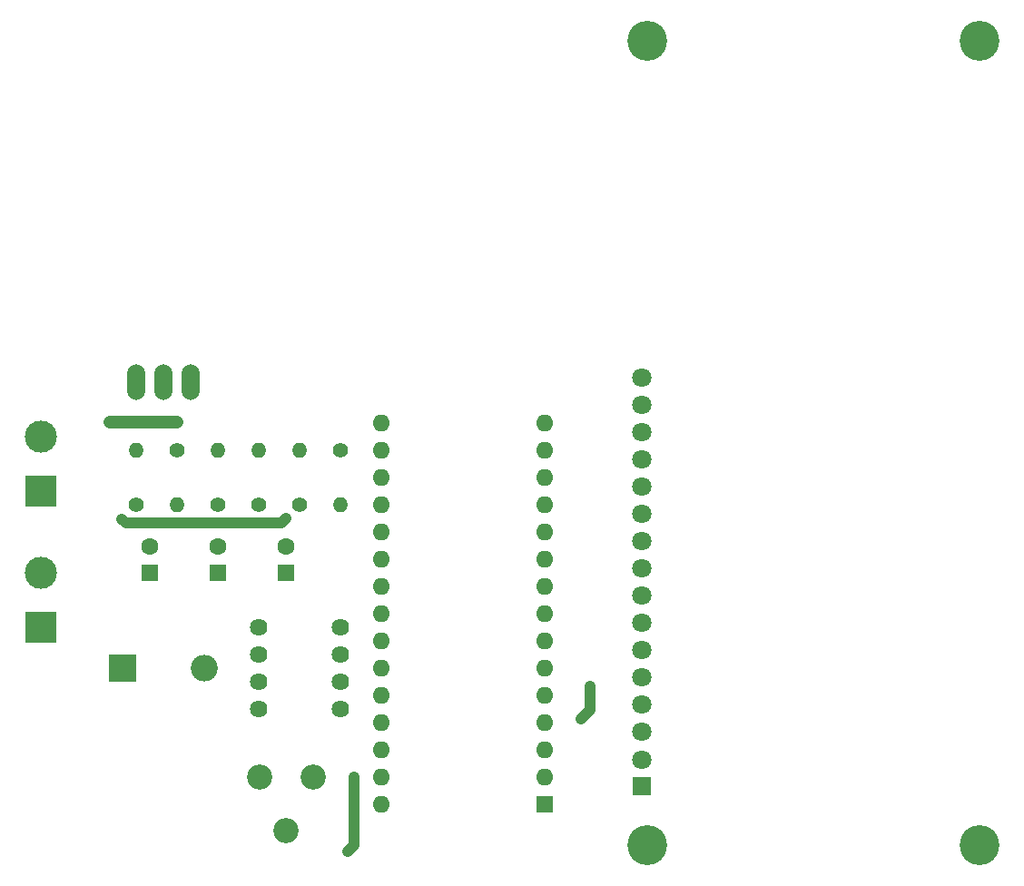
<source format=gtl>
G04 #@! TF.GenerationSoftware,KiCad,Pcbnew,(5.1.2)-2*
G04 #@! TF.CreationDate,2019-09-02T15:00:53-07:00*
G04 #@! TF.ProjectId,watt meter,77617474-206d-4657-9465-722e6b696361,rev?*
G04 #@! TF.SameCoordinates,Original*
G04 #@! TF.FileFunction,Copper,L1,Top*
G04 #@! TF.FilePolarity,Positive*
%FSLAX46Y46*%
G04 Gerber Fmt 4.6, Leading zero omitted, Abs format (unit mm)*
G04 Created by KiCad (PCBNEW (5.1.2)-2) date 2019-09-02 15:00:53*
%MOMM*%
%LPD*%
G04 APERTURE LIST*
%ADD10R,1.600000X1.600000*%
%ADD11O,1.600000X1.600000*%
%ADD12C,1.600000*%
%ADD13R,1.800000X1.800000*%
%ADD14C,1.800000*%
%ADD15C,3.716000*%
%ADD16R,3.000000X3.000000*%
%ADD17C,3.000000*%
%ADD18O,1.400000X1.400000*%
%ADD19C,1.400000*%
%ADD20C,2.340000*%
%ADD21R,2.500000X2.500000*%
%ADD22O,2.500000X2.500000*%
%ADD23O,1.676400X3.352800*%
%ADD24C,1.625600*%
%ADD25C,0.800000*%
%ADD26C,1.000000*%
%ADD27C,1.200000*%
G04 APERTURE END LIST*
D10*
X115570000Y-113030000D03*
D11*
X100330000Y-80010000D03*
X115570000Y-110490000D03*
X100330000Y-82550000D03*
X115570000Y-107950000D03*
X100330000Y-85090000D03*
X115570000Y-105410000D03*
X100330000Y-87630000D03*
X115570000Y-102870000D03*
X100330000Y-90170000D03*
X115570000Y-100330000D03*
X100330000Y-92710000D03*
X115570000Y-97790000D03*
X100330000Y-95250000D03*
X115570000Y-95250000D03*
X100330000Y-97790000D03*
X115570000Y-92710000D03*
X100330000Y-100330000D03*
X115570000Y-90170000D03*
X100330000Y-102870000D03*
X115570000Y-87630000D03*
X100330000Y-105410000D03*
X115570000Y-85090000D03*
X100330000Y-107950000D03*
X115570000Y-82550000D03*
X100330000Y-110490000D03*
X115570000Y-80010000D03*
X100330000Y-113030000D03*
X115570000Y-77470000D03*
X100330000Y-77470000D03*
D12*
X78740000Y-88940000D03*
D10*
X78740000Y-91440000D03*
X85090000Y-91440000D03*
D12*
X85090000Y-88940000D03*
D10*
X91440000Y-91440000D03*
D12*
X91440000Y-88940000D03*
D13*
X124670000Y-111290000D03*
D14*
X124670000Y-108840000D03*
X124670000Y-106210000D03*
X124670000Y-103670000D03*
X124670000Y-101130000D03*
X124670000Y-98590000D03*
X124670000Y-96050000D03*
X124670000Y-93510000D03*
X124670000Y-90970000D03*
X124670000Y-88430000D03*
X124670000Y-85890000D03*
X124670000Y-83350000D03*
X124670000Y-80810000D03*
X124670000Y-78270000D03*
X124670000Y-75730000D03*
X124670000Y-73190000D03*
D15*
X125170000Y-116790000D03*
X156170000Y-116790000D03*
X125170000Y-41790000D03*
X156170000Y-41790000D03*
D16*
X68580000Y-83820000D03*
D17*
X68580000Y-78740000D03*
X68580000Y-91440000D03*
D16*
X68580000Y-96520000D03*
D18*
X96520000Y-85090000D03*
D19*
X96520000Y-80010000D03*
X92710000Y-85090000D03*
D18*
X92710000Y-80010000D03*
D19*
X77470000Y-85090000D03*
D18*
X77470000Y-80010000D03*
X81280000Y-85090000D03*
D19*
X81280000Y-80010000D03*
X88900000Y-85090000D03*
D18*
X88900000Y-80010000D03*
X85090000Y-80010000D03*
D19*
X85090000Y-85090000D03*
D20*
X88980000Y-110490000D03*
X91480000Y-115490000D03*
X93980000Y-110490000D03*
D21*
X76200000Y-100330000D03*
D22*
X83820000Y-100330000D03*
D23*
X77470000Y-73660000D03*
X80010000Y-73660000D03*
X82550000Y-73660000D03*
D24*
X88900000Y-96520000D03*
X88900000Y-99060000D03*
X96520000Y-99060000D03*
X96520000Y-96520000D03*
X88900000Y-101600000D03*
X88900000Y-104140000D03*
X96520000Y-101600000D03*
X96520000Y-104140000D03*
D25*
X91440000Y-86360000D03*
X85090000Y-86787070D03*
X76180000Y-86380000D03*
X119809999Y-102029999D03*
X118979990Y-105009990D03*
X81280000Y-77309989D03*
X74930000Y-77470000D03*
X97790000Y-110490000D03*
X97269999Y-117360001D03*
D26*
X91012930Y-86787070D02*
X85090000Y-86787070D01*
X91440000Y-86360000D02*
X91012930Y-86787070D01*
X76587070Y-86787070D02*
X85090000Y-86787070D01*
X76180000Y-86380000D02*
X76587070Y-86787070D01*
X119809999Y-104179981D02*
X118979990Y-105009990D01*
X119809999Y-102029999D02*
X119809999Y-104179981D01*
D27*
X81280000Y-77309989D02*
X75090011Y-77309989D01*
D26*
X97790000Y-116840000D02*
X97269999Y-117360001D01*
X97790000Y-110490000D02*
X97790000Y-116840000D01*
M02*

</source>
